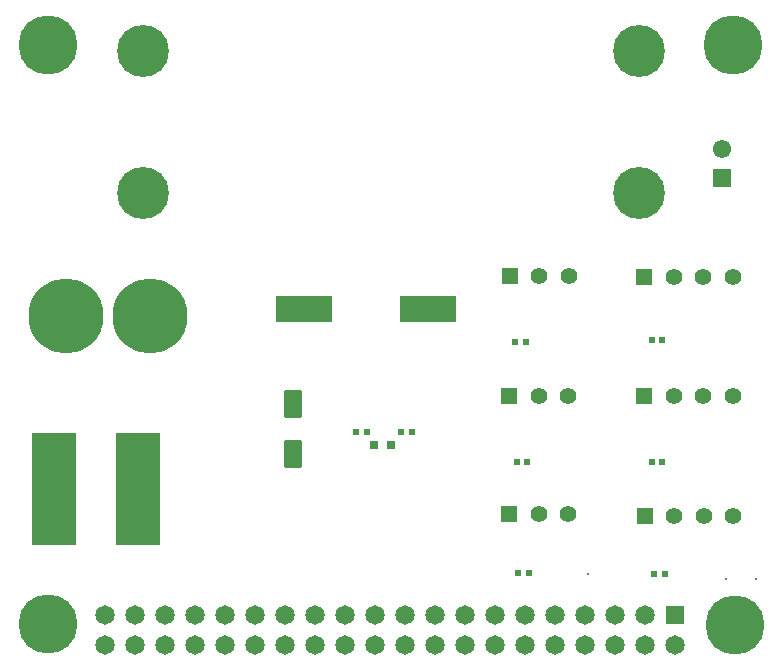
<source format=gbr>
G04*
G04 #@! TF.GenerationSoftware,Altium Limited,Altium Designer,23.10.1 (27)*
G04*
G04 Layer_Color=255*
%FSLAX42Y42*%
%MOMM*%
G71*
G04*
G04 #@! TF.SameCoordinates,D45A84C9-24EE-431E-81B0-E16C7BED9CBD*
G04*
G04*
G04 #@! TF.FilePolarity,Positive*
G04*
G01*
G75*
%ADD21C,0.25*%
G04:AMPARAMS|DCode=22|XSize=0.55mm|YSize=0.5mm|CornerRadius=0.06mm|HoleSize=0mm|Usage=FLASHONLY|Rotation=270.000|XOffset=0mm|YOffset=0mm|HoleType=Round|Shape=RoundedRectangle|*
%AMROUNDEDRECTD22*
21,1,0.55,0.38,0,0,270.0*
21,1,0.43,0.50,0,0,270.0*
1,1,0.13,-0.19,-0.21*
1,1,0.13,-0.19,0.21*
1,1,0.13,0.19,0.21*
1,1,0.13,0.19,-0.21*
%
%ADD22ROUNDEDRECTD22*%
%ADD23R,4.75X2.30*%
G04:AMPARAMS|DCode=24|XSize=2.33mm|YSize=1.55mm|CornerRadius=0.19mm|HoleSize=0mm|Usage=FLASHONLY|Rotation=270.000|XOffset=0mm|YOffset=0mm|HoleType=Round|Shape=RoundedRectangle|*
%AMROUNDEDRECTD24*
21,1,2.33,1.16,0,0,270.0*
21,1,1.94,1.55,0,0,270.0*
1,1,0.39,-0.58,-0.97*
1,1,0.39,-0.58,0.97*
1,1,0.39,0.58,0.97*
1,1,0.39,0.58,-0.97*
%
%ADD24ROUNDEDRECTD24*%
%ADD25R,0.80X0.80*%
%ADD31C,1.65*%
%ADD32R,1.65X1.65*%
%ADD35C,1.55*%
%ADD36R,1.55X1.55*%
%ADD37C,1.40*%
%ADD38R,1.40X1.40*%
%ADD43C,6.35*%
%ADD44C,4.40*%
%ADD45R,3.81X9.53*%
%ADD46C,5.00*%
D21*
X4572Y-4483D02*
D03*
X5740Y-4521D02*
D03*
X5994D02*
D03*
D22*
X5130Y-4483D02*
D03*
X5220D02*
D03*
X2699Y-3277D02*
D03*
X2609D02*
D03*
X3080D02*
D03*
X2990D02*
D03*
X3981Y-4470D02*
D03*
X4071D02*
D03*
X3956Y-2515D02*
D03*
X4046D02*
D03*
X3968Y-3531D02*
D03*
X4058D02*
D03*
X5111Y-2502D02*
D03*
X5201D02*
D03*
X5111Y-3531D02*
D03*
X5201D02*
D03*
D23*
X3215Y-2235D02*
D03*
X2170D02*
D03*
D24*
X2070Y-3467D02*
D03*
Y-3040D02*
D03*
D25*
X2756Y-3391D02*
D03*
X2906D02*
D03*
D31*
X483Y-5080D02*
D03*
Y-4826D02*
D03*
X737Y-5080D02*
D03*
Y-4826D02*
D03*
X991Y-5080D02*
D03*
Y-4826D02*
D03*
X1245Y-5080D02*
D03*
Y-4826D02*
D03*
X1499Y-5080D02*
D03*
Y-4826D02*
D03*
X1753Y-5080D02*
D03*
Y-4826D02*
D03*
X2007Y-5080D02*
D03*
Y-4826D02*
D03*
X2261Y-5080D02*
D03*
Y-4826D02*
D03*
X2515Y-5080D02*
D03*
Y-4826D02*
D03*
X2769Y-5080D02*
D03*
Y-4826D02*
D03*
X3023Y-5080D02*
D03*
Y-4826D02*
D03*
X3277Y-5080D02*
D03*
Y-4826D02*
D03*
X3531Y-5080D02*
D03*
Y-4826D02*
D03*
X3785Y-5080D02*
D03*
Y-4826D02*
D03*
X4039Y-5080D02*
D03*
Y-4826D02*
D03*
X4293Y-5080D02*
D03*
Y-4826D02*
D03*
X4547Y-5080D02*
D03*
Y-4826D02*
D03*
X4801Y-5080D02*
D03*
Y-4826D02*
D03*
X5055Y-5080D02*
D03*
Y-4826D02*
D03*
X5309Y-5080D02*
D03*
D32*
Y-4826D02*
D03*
D35*
X5702Y-880D02*
D03*
D36*
Y-1130D02*
D03*
D37*
X4403Y-3973D02*
D03*
X4153D02*
D03*
X5298Y-1967D02*
D03*
X5548D02*
D03*
X5798D02*
D03*
X4407Y-1956D02*
D03*
X4157D02*
D03*
X4403Y-2972D02*
D03*
X4153D02*
D03*
X5300Y-3988D02*
D03*
X5550D02*
D03*
X5800D02*
D03*
X5298Y-2970D02*
D03*
X5548D02*
D03*
X5798D02*
D03*
D38*
X3903Y-3973D02*
D03*
X5048Y-1967D02*
D03*
X3907Y-1956D02*
D03*
X3903Y-2972D02*
D03*
X5050Y-3988D02*
D03*
X5048Y-2970D02*
D03*
D43*
X152Y-2299D02*
D03*
X864D02*
D03*
D44*
X5000Y-1250D02*
D03*
X800Y-50D02*
D03*
Y-1250D02*
D03*
X5000Y-50D02*
D03*
D45*
X762Y-3759D02*
D03*
X51D02*
D03*
D46*
X5800Y0D02*
D03*
X0D02*
D03*
Y-4900D02*
D03*
X5817Y-4915D02*
D03*
M02*

</source>
